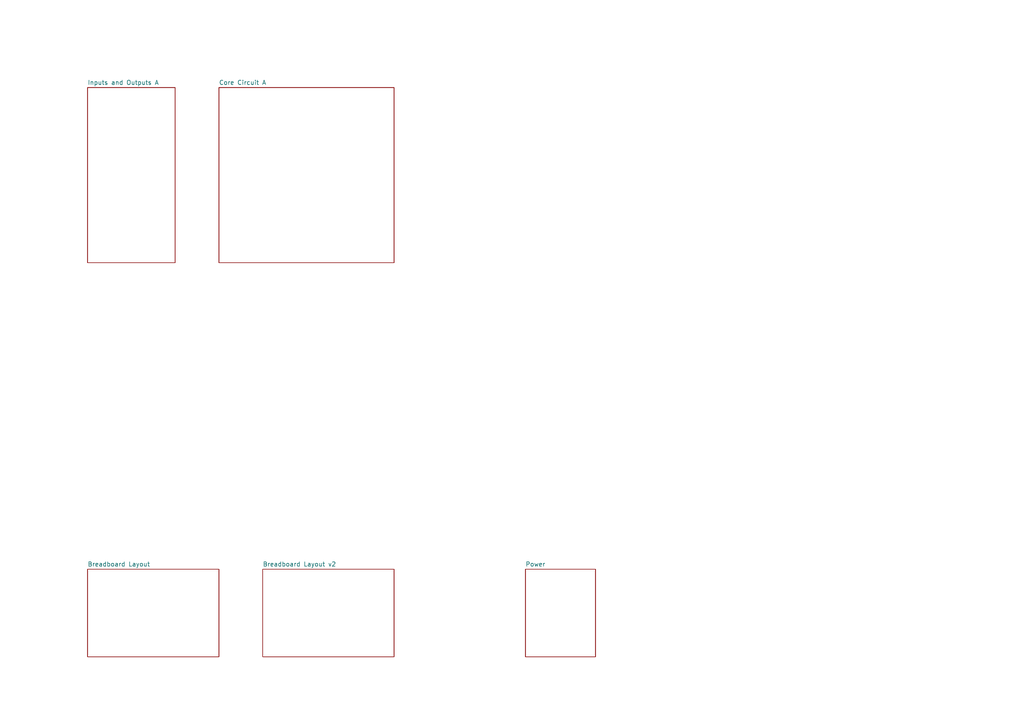
<source format=kicad_sch>
(kicad_sch
	(version 20250114)
	(generator "eeschema")
	(generator_version "9.0")
	(uuid "58f4306d-5387-4983-bb08-41a2313fd315")
	(paper "A4")
	(title_block
		(rev "1")
		(company "DMH Instruments")
		(comment 1 "PCB for 10cm Kosmo format synthesizer module")
	)
	(lib_symbols)
	(sheet
		(at 152.4 165.1)
		(size 20.32 25.4)
		(exclude_from_sim no)
		(in_bom yes)
		(on_board yes)
		(dnp no)
		(fields_autoplaced yes)
		(stroke
			(width 0.1524)
			(type solid)
		)
		(fill
			(color 0 0 0 0.0000)
		)
		(uuid "0cdf34b2-39cd-4d9e-981a-97cd34791509")
		(property "Sheetname" "Power"
			(at 152.4 164.3884 0)
			(effects
				(font
					(size 1.27 1.27)
				)
				(justify left bottom)
			)
		)
		(property "Sheetfile" "Power.kicad_sch"
			(at 152.4 191.0846 0)
			(effects
				(font
					(size 1.27 1.27)
				)
				(justify left top)
				(hide yes)
			)
		)
		(instances
			(project "DMH_VCLFO_v2_PCB_Main"
				(path "/58f4306d-5387-4983-bb08-41a2313fd315"
					(page "10")
				)
			)
		)
	)
	(sheet
		(at 76.2 165.1)
		(size 38.1 25.4)
		(exclude_from_sim no)
		(in_bom yes)
		(on_board yes)
		(dnp no)
		(fields_autoplaced yes)
		(stroke
			(width 0.1524)
			(type solid)
		)
		(fill
			(color 0 0 0 0.0000)
		)
		(uuid "6a49f44b-305a-4a4e-8bc9-0e327f084006")
		(property "Sheetname" "Breadboard Layout v2"
			(at 76.2 164.3884 0)
			(effects
				(font
					(size 1.27 1.27)
				)
				(justify left bottom)
			)
		)
		(property "Sheetfile" "Breadboard_Layout.kicad_sch"
			(at 76.2 191.0846 0)
			(effects
				(font
					(size 1.27 1.27)
				)
				(justify left top)
				(hide yes)
			)
		)
		(instances
			(project "DMH_VCLFO_v2_PCB_Main"
				(path "/58f4306d-5387-4983-bb08-41a2313fd315"
					(page "21")
				)
			)
		)
	)
	(sheet
		(at 63.5 25.4)
		(size 50.8 50.8)
		(exclude_from_sim no)
		(in_bom yes)
		(on_board yes)
		(dnp no)
		(fields_autoplaced yes)
		(stroke
			(width 0.1524)
			(type solid)
		)
		(fill
			(color 0 0 0 0.0000)
		)
		(uuid "7ad2d702-dfb7-4d49-a82d-34430dd5948f")
		(property "Sheetname" "Core Circuit A"
			(at 63.5 24.6884 0)
			(effects
				(font
					(size 1.27 1.27)
				)
				(justify left bottom)
			)
		)
		(property "Sheetfile" "Core_Circuit.kicad_sch"
			(at 63.5 76.7846 0)
			(effects
				(font
					(size 1.27 1.27)
				)
				(justify left top)
				(hide yes)
			)
		)
		(instances
			(project "DMH_VCLFO_v2_PCB_Main"
				(path "/58f4306d-5387-4983-bb08-41a2313fd315"
					(page "3")
				)
			)
		)
	)
	(sheet
		(at 25.4 165.1)
		(size 38.1 25.4)
		(exclude_from_sim no)
		(in_bom yes)
		(on_board yes)
		(dnp no)
		(fields_autoplaced yes)
		(stroke
			(width 0.1524)
			(type solid)
		)
		(fill
			(color 0 0 0 0.0000)
		)
		(uuid "b7535c68-aff0-486d-90c3-e36a997c8490")
		(property "Sheetname" "Breadboard Layout"
			(at 25.4 164.3884 0)
			(effects
				(font
					(size 1.27 1.27)
				)
				(justify left bottom)
			)
		)
		(property "Sheetfile" "Breadboard_Layout.kicad_sch"
			(at 25.4 191.0846 0)
			(effects
				(font
					(size 1.27 1.27)
				)
				(justify left top)
				(hide yes)
			)
		)
		(instances
			(project "DMH_VCLFO_v2_PCB_Main"
				(path "/58f4306d-5387-4983-bb08-41a2313fd315"
					(page "20")
				)
			)
		)
	)
	(sheet
		(at 25.4 25.4)
		(size 25.4 50.8)
		(exclude_from_sim no)
		(in_bom yes)
		(on_board yes)
		(dnp no)
		(fields_autoplaced yes)
		(stroke
			(width 0.1524)
			(type solid)
		)
		(fill
			(color 0 0 0 0.0000)
		)
		(uuid "ce3fef8b-9f1d-4178-b50b-4a046c030679")
		(property "Sheetname" "Inputs and Outputs A"
			(at 25.4 24.6884 0)
			(effects
				(font
					(size 1.27 1.27)
				)
				(justify left bottom)
			)
		)
		(property "Sheetfile" "Inputs_and_Outputs.kicad_sch"
			(at 25.4 76.7846 0)
			(effects
				(font
					(size 1.27 1.27)
				)
				(justify left top)
				(hide yes)
			)
		)
		(instances
			(project "DMH_VCLFO_v2_PCB_Main"
				(path "/58f4306d-5387-4983-bb08-41a2313fd315"
					(page "2")
				)
			)
		)
	)
	(sheet_instances
		(path "/"
			(page "1")
		)
	)
	(embedded_fonts no)
)

</source>
